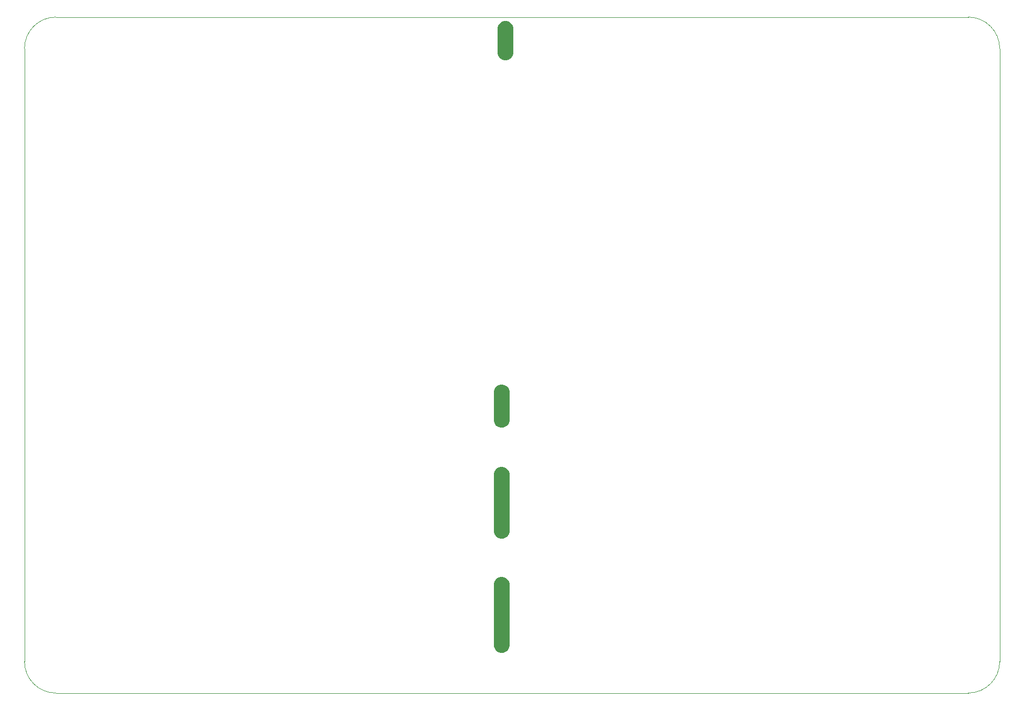
<source format=gbr>
%TF.GenerationSoftware,Altium Limited,Altium Designer,20.0.13 (296)*%
G04 Layer_Color=0*
%FSLAX26Y26*%
%MOIN*%
%TF.FileFunction,Profile,NP*%
%TF.Part,Single*%
G01*
G75*
%TA.AperFunction,Profile*%
%ADD198C,0.001000*%
G36*
X2984985Y311000D02*
Y304415D01*
X2988393Y291695D01*
X2994978Y280290D01*
X3004290Y270978D01*
X3015695Y264393D01*
X3028415Y260985D01*
X3041584D01*
X3054305Y264393D01*
X3065710Y270978D01*
X3075022Y280290D01*
X3081606Y291695D01*
X3085015Y304415D01*
Y311000D01*
D01*
Y694000D01*
Y700585D01*
X3081606Y713305D01*
X3075022Y724710D01*
X3065710Y734022D01*
X3054305Y740606D01*
X3041584Y744015D01*
X3028415D01*
X3015695Y740606D01*
X3004290Y734022D01*
X2994978Y724710D01*
X2988393Y713305D01*
X2984985Y700585D01*
Y694000D01*
D01*
Y311000D01*
D02*
G37*
G36*
Y1036000D02*
Y1029415D01*
X2988393Y1016695D01*
X2994978Y1005290D01*
X3004290Y995978D01*
X3015695Y989393D01*
X3028415Y985985D01*
X3041584D01*
X3054305Y989393D01*
X3065710Y995978D01*
X3075022Y1005290D01*
X3081606Y1016695D01*
X3085015Y1029415D01*
Y1036000D01*
D01*
Y1394000D01*
Y1400584D01*
X3081606Y1413305D01*
X3075022Y1424710D01*
X3065710Y1434022D01*
X3054305Y1440607D01*
X3041584Y1444015D01*
X3028415D01*
X3015695Y1440607D01*
X3004290Y1434022D01*
X2994978Y1424710D01*
X2988393Y1413305D01*
X2984985Y1400584D01*
Y1394000D01*
D01*
Y1036000D01*
D02*
G37*
G36*
Y1742000D02*
Y1735415D01*
X2988393Y1722695D01*
X2994978Y1711290D01*
X3004290Y1701978D01*
X3015695Y1695393D01*
X3028415Y1691985D01*
X3041584D01*
X3054305Y1695393D01*
X3065710Y1701978D01*
X3075022Y1711290D01*
X3081606Y1722695D01*
X3085015Y1735415D01*
Y1742000D01*
D01*
Y1918000D01*
Y1924584D01*
X3081606Y1937305D01*
X3075022Y1948710D01*
X3065710Y1958022D01*
X3054305Y1964607D01*
X3041584Y1968015D01*
X3028415D01*
X3015695Y1964607D01*
X3004290Y1958022D01*
X2994978Y1948710D01*
X2988393Y1937305D01*
X2984985Y1924584D01*
Y1918000D01*
D01*
Y1742000D01*
D02*
G37*
G36*
X3009985Y4080000D02*
Y4073415D01*
X3013393Y4060695D01*
X3019978Y4049290D01*
X3029290Y4039978D01*
X3040695Y4033393D01*
X3053415Y4029985D01*
X3066584D01*
X3079305Y4033393D01*
X3090710Y4039978D01*
X3100022Y4049290D01*
X3106606Y4060695D01*
X3110015Y4073415D01*
Y4080000D01*
D01*
Y4229000D01*
Y4235584D01*
X3106606Y4248305D01*
X3100022Y4259710D01*
X3090710Y4269022D01*
X3079305Y4275606D01*
X3066584Y4279015D01*
X3053415D01*
X3040695Y4275606D01*
X3029290Y4269022D01*
X3019978Y4259710D01*
X3013393Y4248305D01*
X3009985Y4235584D01*
Y4229000D01*
D01*
Y4080000D01*
D02*
G37*
D198*
X1929Y204685D02*
G03*
X201929Y4685I200000J0D01*
G01*
X6001929D01*
D02*
G03*
X6201929Y204685I0J200000D01*
G01*
Y4104685D01*
D02*
G03*
X6001929Y4304685I-200000J0D01*
G01*
X201929D01*
D02*
G03*
X1929Y4104685I0J-200000D01*
G01*
Y204685D01*
%TF.MD5,c8d04c78acc035273cbe04bed4901958*%
M02*

</source>
